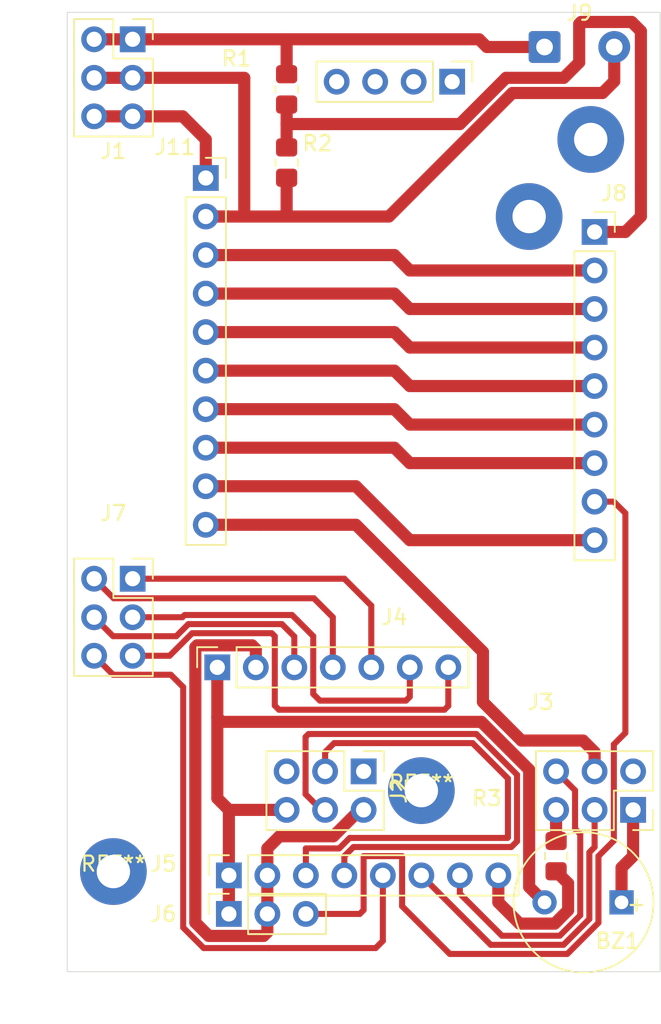
<source format=kicad_pcb>
(kicad_pcb (version 20171130) (host pcbnew "(5.1.7)-1")

  (general
    (thickness 1.6)
    (drawings 15)
    (tracks 202)
    (zones 0)
    (modules 19)
    (nets 32)
  )

  (page A4)
  (layers
    (0 F.Cu signal)
    (31 B.Cu signal)
    (32 B.Adhes user)
    (33 F.Adhes user)
    (34 B.Paste user)
    (35 F.Paste user)
    (36 B.SilkS user)
    (37 F.SilkS user)
    (38 B.Mask user)
    (39 F.Mask user)
    (40 Dwgs.User user)
    (41 Cmts.User user)
    (42 Eco1.User user)
    (43 Eco2.User user)
    (44 Edge.Cuts user)
    (45 Margin user)
    (46 B.CrtYd user)
    (47 F.CrtYd user)
    (48 B.Fab user)
    (49 F.Fab user)
  )

  (setup
    (last_trace_width 0.4)
    (trace_clearance 0.2)
    (zone_clearance 0.508)
    (zone_45_only no)
    (trace_min 0.2)
    (via_size 0.8)
    (via_drill 0.4)
    (via_min_size 0.4)
    (via_min_drill 0.3)
    (uvia_size 0.3)
    (uvia_drill 0.1)
    (uvias_allowed no)
    (uvia_min_size 0.2)
    (uvia_min_drill 0.1)
    (edge_width 0.05)
    (segment_width 0.2)
    (pcb_text_width 0.3)
    (pcb_text_size 1.5 1.5)
    (mod_edge_width 0.12)
    (mod_text_size 1 1)
    (mod_text_width 0.15)
    (pad_size 1.524 1.524)
    (pad_drill 0.762)
    (pad_to_mask_clearance 0)
    (aux_axis_origin 124.714 81.788)
    (visible_elements 7FFFFFFF)
    (pcbplotparams
      (layerselection 0x00000_7fffffff)
      (usegerberextensions false)
      (usegerberattributes true)
      (usegerberadvancedattributes true)
      (creategerberjobfile false)
      (excludeedgelayer true)
      (linewidth 0.100000)
      (plotframeref false)
      (viasonmask false)
      (mode 1)
      (useauxorigin true)
      (hpglpennumber 1)
      (hpglpenspeed 20)
      (hpglpendiameter 15.000000)
      (psnegative false)
      (psa4output false)
      (plotreference false)
      (plotvalue false)
      (plotinvisibletext false)
      (padsonsilk true)
      (subtractmaskfromsilk false)
      (outputformat 1)
      (mirror false)
      (drillshape 0)
      (scaleselection 1)
      (outputdirectory "output/"))
  )

  (net 0 "")
  (net 1 /GND)
  (net 2 /5V)
  (net 3 /VIN)
  (net 4 "Net-(J2-Pad1)")
  (net 5 /RES)
  (net 6 /SDA)
  (net 7 /SCK)
  (net 8 /RS)
  (net 9 /CS)
  (net 10 /M0)
  (net 11 /M1)
  (net 12 /TXD)
  (net 13 /RXD)
  (net 14 /AUX)
  (net 15 /BL)
  (net 16 /VCC)
  (net 17 "Net-(J2-Pad5)")
  (net 18 /BZ)
  (net 19 /A1)
  (net 20 /A15)
  (net 21 /A13)
  (net 22 /A11)
  (net 23 /A9)
  (net 24 /A7)
  (net 25 /A5)
  (net 26 /A3)
  (net 27 /D45)
  (net 28 /BLR)
  (net 29 /GD)
  (net 30 "Net-(J3-Pad2)")
  (net 31 /D33)

  (net_class Default "This is the default net class."
    (clearance 0.2)
    (trace_width 0.4)
    (via_dia 0.8)
    (via_drill 0.4)
    (uvia_dia 0.3)
    (uvia_drill 0.1)
    (add_net /A15)
    (add_net /AUX)
    (add_net /CS)
    (add_net /M0)
    (add_net /M1)
    (add_net /RES)
    (add_net /RS)
    (add_net /RXD)
    (add_net /SCK)
    (add_net /SDA)
    (add_net /TXD)
    (add_net "Net-(J2-Pad1)")
    (add_net "Net-(J2-Pad5)")
    (add_net "Net-(J3-Pad2)")
  )

  (net_class Power ""
    (clearance 0.2)
    (trace_width 0.8)
    (via_dia 0.8)
    (via_drill 0.4)
    (uvia_dia 0.3)
    (uvia_drill 0.1)
    (add_net /5V)
    (add_net /A1)
    (add_net /A11)
    (add_net /A13)
    (add_net /A3)
    (add_net /A5)
    (add_net /A7)
    (add_net /A9)
    (add_net /BL)
    (add_net /BLR)
    (add_net /BZ)
    (add_net /D33)
    (add_net /D45)
    (add_net /GD)
    (add_net /GND)
    (add_net /VCC)
    (add_net /VIN)
  )

  (module Connector_PinSocket_2.54mm:PinSocket_1x09_P2.54mm_Vertical (layer F.Cu) (tedit 5A19A431) (tstamp 5FBF1407)
    (at 159.512 33.02)
    (descr "Through hole straight socket strip, 1x09, 2.54mm pitch, single row (from Kicad 4.0.7), script generated")
    (tags "Through hole socket strip THT 1x09 2.54mm single row")
    (path /5FD2FF4E)
    (fp_text reference J8 (at 1.27 -2.54) (layer F.SilkS)
      (effects (font (size 1 1) (thickness 0.15)))
    )
    (fp_text value A1-D33 (at 2.54 5.08 270 unlocked) (layer F.Fab)
      (effects (font (size 1 1) (thickness 0.15)))
    )
    (fp_line (start -1.27 -1.27) (end 0.635 -1.27) (layer F.Fab) (width 0.1))
    (fp_line (start 0.635 -1.27) (end 1.27 -0.635) (layer F.Fab) (width 0.1))
    (fp_line (start 1.27 -0.635) (end 1.27 21.59) (layer F.Fab) (width 0.1))
    (fp_line (start 1.27 21.59) (end -1.27 21.59) (layer F.Fab) (width 0.1))
    (fp_line (start -1.27 21.59) (end -1.27 -1.27) (layer F.Fab) (width 0.1))
    (fp_line (start -1.33 1.27) (end 1.33 1.27) (layer F.SilkS) (width 0.12))
    (fp_line (start -1.33 1.27) (end -1.33 21.65) (layer F.SilkS) (width 0.12))
    (fp_line (start -1.33 21.65) (end 1.33 21.65) (layer F.SilkS) (width 0.12))
    (fp_line (start 1.33 1.27) (end 1.33 21.65) (layer F.SilkS) (width 0.12))
    (fp_line (start 1.33 -1.33) (end 1.33 0) (layer F.SilkS) (width 0.12))
    (fp_line (start 0 -1.33) (end 1.33 -1.33) (layer F.SilkS) (width 0.12))
    (fp_line (start -1.8 -1.8) (end 1.75 -1.8) (layer F.CrtYd) (width 0.05))
    (fp_line (start 1.75 -1.8) (end 1.75 22.1) (layer F.CrtYd) (width 0.05))
    (fp_line (start 1.75 22.1) (end -1.8 22.1) (layer F.CrtYd) (width 0.05))
    (fp_line (start -1.8 22.1) (end -1.8 -1.8) (layer F.CrtYd) (width 0.05))
    (fp_text user %R (at 0 10.16 90) (layer F.Fab)
      (effects (font (size 1 1) (thickness 0.15)))
    )
    (pad 9 thru_hole oval (at 0 20.32) (size 1.7 1.7) (drill 1) (layers *.Cu *.Mask)
      (net 31 /D33))
    (pad 8 thru_hole oval (at 0 17.78) (size 1.7 1.7) (drill 1) (layers *.Cu *.Mask)
      (net 20 /A15))
    (pad 7 thru_hole oval (at 0 15.24) (size 1.7 1.7) (drill 1) (layers *.Cu *.Mask)
      (net 21 /A13))
    (pad 6 thru_hole oval (at 0 12.7) (size 1.7 1.7) (drill 1) (layers *.Cu *.Mask)
      (net 22 /A11))
    (pad 5 thru_hole oval (at 0 10.16) (size 1.7 1.7) (drill 1) (layers *.Cu *.Mask)
      (net 23 /A9))
    (pad 4 thru_hole oval (at 0 7.62) (size 1.7 1.7) (drill 1) (layers *.Cu *.Mask)
      (net 24 /A7))
    (pad 3 thru_hole oval (at 0 5.08) (size 1.7 1.7) (drill 1) (layers *.Cu *.Mask)
      (net 25 /A5))
    (pad 2 thru_hole oval (at 0 2.54) (size 1.7 1.7) (drill 1) (layers *.Cu *.Mask)
      (net 26 /A3))
    (pad 1 thru_hole rect (at 0 0) (size 1.7 1.7) (drill 1) (layers *.Cu *.Mask)
      (net 19 /A1))
    (model ${KISYS3DMOD}/Connector_PinSocket_2.54mm.3dshapes/PinSocket_1x09_P2.54mm_Vertical.wrl
      (at (xyz 0 0 0))
      (scale (xyz 1 1 1))
      (rotate (xyz 0 0 0))
    )
  )

  (module Connector_PinSocket_2.54mm:PinSocket_2x03_P2.54mm_Vertical (layer F.Cu) (tedit 5A19A425) (tstamp 5FACBF75)
    (at 129.032 55.88)
    (descr "Through hole straight socket strip, 2x03, 2.54mm pitch, double cols (from Kicad 4.0.7), script generated")
    (tags "Through hole socket strip THT 2x03 2.54mm double row")
    (path /5FC6E9D1)
    (fp_text reference J7 (at -1.27 -4.318) (layer F.SilkS)
      (effects (font (size 1 1) (thickness 0.15)))
    )
    (fp_text value D18-23 (at -1.016 -2.54) (layer F.Fab)
      (effects (font (size 1 1) (thickness 0.15)))
    )
    (fp_line (start -3.81 -1.27) (end 0.27 -1.27) (layer F.Fab) (width 0.1))
    (fp_line (start 0.27 -1.27) (end 1.27 -0.27) (layer F.Fab) (width 0.1))
    (fp_line (start 1.27 -0.27) (end 1.27 6.35) (layer F.Fab) (width 0.1))
    (fp_line (start 1.27 6.35) (end -3.81 6.35) (layer F.Fab) (width 0.1))
    (fp_line (start -3.81 6.35) (end -3.81 -1.27) (layer F.Fab) (width 0.1))
    (fp_line (start -3.87 -1.33) (end -1.27 -1.33) (layer F.SilkS) (width 0.12))
    (fp_line (start -3.87 -1.33) (end -3.87 6.41) (layer F.SilkS) (width 0.12))
    (fp_line (start -3.87 6.41) (end 1.33 6.41) (layer F.SilkS) (width 0.12))
    (fp_line (start 1.33 1.27) (end 1.33 6.41) (layer F.SilkS) (width 0.12))
    (fp_line (start -1.27 1.27) (end 1.33 1.27) (layer F.SilkS) (width 0.12))
    (fp_line (start -1.27 -1.33) (end -1.27 1.27) (layer F.SilkS) (width 0.12))
    (fp_line (start 1.33 -1.33) (end 1.33 0) (layer F.SilkS) (width 0.12))
    (fp_line (start 0 -1.33) (end 1.33 -1.33) (layer F.SilkS) (width 0.12))
    (fp_line (start -4.34 -1.8) (end 1.76 -1.8) (layer F.CrtYd) (width 0.05))
    (fp_line (start 1.76 -1.8) (end 1.76 6.85) (layer F.CrtYd) (width 0.05))
    (fp_line (start 1.76 6.85) (end -4.34 6.85) (layer F.CrtYd) (width 0.05))
    (fp_line (start -4.34 6.85) (end -4.34 -1.8) (layer F.CrtYd) (width 0.05))
    (fp_text user %R (at -1.27 -4.318 180) (layer F.Fab)
      (effects (font (size 1 1) (thickness 0.15)))
    )
    (pad 6 thru_hole oval (at -2.54 5.08) (size 1.7 1.7) (drill 1) (layers *.Cu *.Mask)
      (net 5 /RES))
    (pad 5 thru_hole oval (at 0 5.08) (size 1.7 1.7) (drill 1) (layers *.Cu *.Mask)
      (net 10 /M0))
    (pad 4 thru_hole oval (at -2.54 2.54) (size 1.7 1.7) (drill 1) (layers *.Cu *.Mask)
      (net 14 /AUX))
    (pad 3 thru_hole oval (at 0 2.54) (size 1.7 1.7) (drill 1) (layers *.Cu *.Mask)
      (net 11 /M1))
    (pad 2 thru_hole oval (at -2.54 0) (size 1.7 1.7) (drill 1) (layers *.Cu *.Mask)
      (net 13 /RXD))
    (pad 1 thru_hole rect (at 0 0) (size 1.7 1.7) (drill 1) (layers *.Cu *.Mask)
      (net 12 /TXD))
    (model ${KISYS3DMOD}/Connector_PinSocket_2.54mm.3dshapes/PinSocket_2x03_P2.54mm_Vertical.wrl
      (at (xyz 0 0 0))
      (scale (xyz 1 1 1))
      (rotate (xyz 0 0 0))
    )
  )

  (module Connector_PinSocket_2.54mm:PinSocket_1x10_P2.54mm_Vertical (layer F.Cu) (tedit 5A19A425) (tstamp 5FABCCFF)
    (at 133.858 29.464)
    (descr "Through hole straight socket strip, 1x10, 2.54mm pitch, single row (from Kicad 4.0.7), script generated")
    (tags "Through hole socket strip THT 1x10 2.54mm single row")
    (path /5FB2363E)
    (fp_text reference J11 (at -2.032 -2.032) (layer F.SilkS)
      (effects (font (size 1 1) (thickness 0.15)))
    )
    (fp_text value IO (at -2.54 -0.508) (layer F.Fab)
      (effects (font (size 1 1) (thickness 0.15)))
    )
    (fp_text user %R (at 0 11.43 90) (layer F.Fab)
      (effects (font (size 1 1) (thickness 0.15)))
    )
    (fp_line (start -1.27 -1.27) (end 0.635 -1.27) (layer F.Fab) (width 0.1))
    (fp_line (start 0.635 -1.27) (end 1.27 -0.635) (layer F.Fab) (width 0.1))
    (fp_line (start 1.27 -0.635) (end 1.27 24.13) (layer F.Fab) (width 0.1))
    (fp_line (start 1.27 24.13) (end -1.27 24.13) (layer F.Fab) (width 0.1))
    (fp_line (start -1.27 24.13) (end -1.27 -1.27) (layer F.Fab) (width 0.1))
    (fp_line (start -1.33 1.27) (end 1.33 1.27) (layer F.SilkS) (width 0.12))
    (fp_line (start -1.33 1.27) (end -1.33 24.19) (layer F.SilkS) (width 0.12))
    (fp_line (start -1.33 24.19) (end 1.33 24.19) (layer F.SilkS) (width 0.12))
    (fp_line (start 1.33 1.27) (end 1.33 24.19) (layer F.SilkS) (width 0.12))
    (fp_line (start 1.33 -1.33) (end 1.33 0) (layer F.SilkS) (width 0.12))
    (fp_line (start 0 -1.33) (end 1.33 -1.33) (layer F.SilkS) (width 0.12))
    (fp_line (start -1.8 -1.8) (end 1.75 -1.8) (layer F.CrtYd) (width 0.05))
    (fp_line (start 1.75 -1.8) (end 1.75 24.6) (layer F.CrtYd) (width 0.05))
    (fp_line (start 1.75 24.6) (end -1.8 24.6) (layer F.CrtYd) (width 0.05))
    (fp_line (start -1.8 24.6) (end -1.8 -1.8) (layer F.CrtYd) (width 0.05))
    (pad 1 thru_hole rect (at 0 0) (size 1.7 1.7) (drill 1) (layers *.Cu *.Mask)
      (net 2 /5V))
    (pad 2 thru_hole oval (at 0 2.54) (size 1.7 1.7) (drill 1) (layers *.Cu *.Mask)
      (net 1 /GND))
    (pad 3 thru_hole oval (at 0 5.08) (size 1.7 1.7) (drill 1) (layers *.Cu *.Mask)
      (net 26 /A3))
    (pad 4 thru_hole oval (at 0 7.62) (size 1.7 1.7) (drill 1) (layers *.Cu *.Mask)
      (net 25 /A5))
    (pad 5 thru_hole oval (at 0 10.16) (size 1.7 1.7) (drill 1) (layers *.Cu *.Mask)
      (net 24 /A7))
    (pad 6 thru_hole oval (at 0 12.7) (size 1.7 1.7) (drill 1) (layers *.Cu *.Mask)
      (net 23 /A9))
    (pad 7 thru_hole oval (at 0 15.24) (size 1.7 1.7) (drill 1) (layers *.Cu *.Mask)
      (net 22 /A11))
    (pad 8 thru_hole oval (at 0 17.78) (size 1.7 1.7) (drill 1) (layers *.Cu *.Mask)
      (net 21 /A13))
    (pad 9 thru_hole oval (at 0 20.32) (size 1.7 1.7) (drill 1) (layers *.Cu *.Mask)
      (net 31 /D33))
    (pad 10 thru_hole oval (at 0 22.86) (size 1.7 1.7) (drill 1) (layers *.Cu *.Mask)
      (net 27 /D45))
    (model ${KISYS3DMOD}/Connector_PinSocket_2.54mm.3dshapes/PinSocket_1x10_P2.54mm_Vertical.wrl
      (at (xyz 0 0 0))
      (scale (xyz 1 1 1))
      (rotate (xyz 0 0 0))
    )
  )

  (module Connector_PinSocket_2.54mm:PinSocket_2x03_P2.54mm_Vertical (layer F.Cu) (tedit 5A19A425) (tstamp 5FBF1259)
    (at 162.052 71.12 270)
    (descr "Through hole straight socket strip, 2x03, 2.54mm pitch, double cols (from Kicad 4.0.7), script generated")
    (tags "Through hole socket strip THT 2x03 2.54mm double row")
    (path /5FB16C50)
    (fp_text reference J3 (at -7.112 6.096 180) (layer F.SilkS)
      (effects (font (size 1 1) (thickness 0.15)))
    )
    (fp_text value D44-49 (at -5.588 4.064 180) (layer F.Fab)
      (effects (font (size 1 1) (thickness 0.15)))
    )
    (fp_line (start -4.34 6.85) (end -4.34 -1.8) (layer F.CrtYd) (width 0.05))
    (fp_line (start 1.76 6.85) (end -4.34 6.85) (layer F.CrtYd) (width 0.05))
    (fp_line (start 1.76 -1.8) (end 1.76 6.85) (layer F.CrtYd) (width 0.05))
    (fp_line (start -4.34 -1.8) (end 1.76 -1.8) (layer F.CrtYd) (width 0.05))
    (fp_line (start 0 -1.33) (end 1.33 -1.33) (layer F.SilkS) (width 0.12))
    (fp_line (start 1.33 -1.33) (end 1.33 0) (layer F.SilkS) (width 0.12))
    (fp_line (start -1.27 -1.33) (end -1.27 1.27) (layer F.SilkS) (width 0.12))
    (fp_line (start -1.27 1.27) (end 1.33 1.27) (layer F.SilkS) (width 0.12))
    (fp_line (start 1.33 1.27) (end 1.33 6.41) (layer F.SilkS) (width 0.12))
    (fp_line (start -3.87 6.41) (end 1.33 6.41) (layer F.SilkS) (width 0.12))
    (fp_line (start -3.87 -1.33) (end -3.87 6.41) (layer F.SilkS) (width 0.12))
    (fp_line (start -3.87 -1.33) (end -1.27 -1.33) (layer F.SilkS) (width 0.12))
    (fp_line (start -3.81 6.35) (end -3.81 -1.27) (layer F.Fab) (width 0.1))
    (fp_line (start 1.27 6.35) (end -3.81 6.35) (layer F.Fab) (width 0.1))
    (fp_line (start 1.27 -0.27) (end 1.27 6.35) (layer F.Fab) (width 0.1))
    (fp_line (start 0.27 -1.27) (end 1.27 -0.27) (layer F.Fab) (width 0.1))
    (fp_line (start -3.81 -1.27) (end 0.27 -1.27) (layer F.Fab) (width 0.1))
    (fp_text user %R (at -7.112 6.096) (layer F.Fab)
      (effects (font (size 1 1) (thickness 0.15)))
    )
    (pad 6 thru_hole oval (at -2.54 5.08 270) (size 1.7 1.7) (drill 1) (layers *.Cu *.Mask)
      (net 9 /CS))
    (pad 5 thru_hole oval (at 0 5.08 270) (size 1.7 1.7) (drill 1) (layers *.Cu *.Mask)
      (net 28 /BLR))
    (pad 4 thru_hole oval (at -2.54 2.54 270) (size 1.7 1.7) (drill 1) (layers *.Cu *.Mask)
      (net 27 /D45))
    (pad 3 thru_hole oval (at 0 2.54 270) (size 1.7 1.7) (drill 1) (layers *.Cu *.Mask)
      (net 8 /RS))
    (pad 2 thru_hole oval (at -2.54 0 270) (size 1.7 1.7) (drill 1) (layers *.Cu *.Mask)
      (net 30 "Net-(J3-Pad2)"))
    (pad 1 thru_hole rect (at 0 0 270) (size 1.7 1.7) (drill 1) (layers *.Cu *.Mask)
      (net 18 /BZ))
    (model ${KISYS3DMOD}/Connector_PinSocket_2.54mm.3dshapes/PinSocket_2x03_P2.54mm_Vertical.wrl
      (at (xyz 0 0 0))
      (scale (xyz 1 1 1))
      (rotate (xyz 0 0 0))
    )
  )

  (module MountingHole:MountingHole_2.2mm_M2_Pad (layer F.Cu) (tedit 56D1B4CB) (tstamp 5FA89148)
    (at 159.258 26.924)
    (descr "Mounting Hole 2.2mm, M2")
    (tags "mounting hole 2.2mm m2")
    (attr virtual)
    (fp_text reference REF** (at -0.254 0) (layer F.SilkS) hide
      (effects (font (size 1 1) (thickness 0.15)))
    )
    (fp_text value TR (at 0 0.254) (layer F.Fab) hide
      (effects (font (size 1 1) (thickness 0.15)))
    )
    (fp_circle (center 0 0) (end 2.2 0) (layer Cmts.User) (width 0.15))
    (fp_circle (center 0 0) (end 2.45 0) (layer F.CrtYd) (width 0.05))
    (fp_text user %R (at 0.3 0) (layer F.Fab) hide
      (effects (font (size 1 1) (thickness 0.15)))
    )
    (pad 1 thru_hole circle (at 0 0) (size 4.4 4.4) (drill 2.2) (layers *.Cu *.Mask))
  )

  (module MountingHole:MountingHole_2.2mm_M2_Pad (layer F.Cu) (tedit 56D1B4CB) (tstamp 5FA8909D)
    (at 127.762 75.184)
    (descr "Mounting Hole 2.2mm, M2")
    (tags "mounting hole 2.2mm m2")
    (attr virtual)
    (fp_text reference REF** (at 0 -0.508) (layer F.SilkS)
      (effects (font (size 1 1) (thickness 0.15)))
    )
    (fp_text value LL (at 0 1.27) (layer F.Fab)
      (effects (font (size 1 1) (thickness 0.15)))
    )
    (fp_circle (center 0 0) (end 2.2 0) (layer Cmts.User) (width 0.15))
    (fp_circle (center 0 0) (end 2.45 0) (layer F.CrtYd) (width 0.05))
    (fp_text user %R (at 0.3 0) (layer F.Fab)
      (effects (font (size 1 1) (thickness 0.15)))
    )
    (pad 1 thru_hole circle (at 0 0) (size 4.4 4.4) (drill 2.2) (layers *.Cu *.Mask))
  )

  (module MountingHole:MountingHole_2.2mm_M2_Pad (layer F.Cu) (tedit 56D1B4CB) (tstamp 5FA88F6A)
    (at 155.194 32.004)
    (descr "Mounting Hole 2.2mm, M2")
    (tags "mounting hole 2.2mm m2")
    (attr virtual)
    (fp_text reference REF** (at 0 0) (layer F.SilkS) hide
      (effects (font (size 1 1) (thickness 0.15)))
    )
    (fp_text value MG (at 0 0.254) (layer F.Fab) hide
      (effects (font (size 1 1) (thickness 0.15)))
    )
    (fp_circle (center 0 0) (end 2.2 0) (layer Cmts.User) (width 0.15))
    (fp_circle (center 0 0) (end 2.45 0) (layer F.CrtYd) (width 0.05))
    (fp_text user %R (at 0.3 0) (layer F.Fab) hide
      (effects (font (size 1 1) (thickness 0.15)))
    )
    (pad 1 thru_hole circle (at 0 0) (size 4.4 4.4) (drill 2.2) (layers *.Cu *.Mask))
  )

  (module MountingHole:MountingHole_2.2mm_M2_Pad (layer F.Cu) (tedit 56D1B4CB) (tstamp 5FA88F11)
    (at 148.082 69.85)
    (descr "Mounting Hole 2.2mm, M2")
    (tags "mounting hole 2.2mm m2")
    (attr virtual)
    (fp_text reference REF** (at 0 -0.508) (layer F.SilkS)
      (effects (font (size 1 1) (thickness 0.15)))
    )
    (fp_text value ICSP (at 0 1.016) (layer F.Fab)
      (effects (font (size 1 1) (thickness 0.15)))
    )
    (fp_circle (center 0 0) (end 2.2 0) (layer Cmts.User) (width 0.15))
    (fp_circle (center 0 0) (end 2.45 0) (layer F.CrtYd) (width 0.05))
    (fp_text user %R (at 0.3 0) (layer F.Fab)
      (effects (font (size 1 1) (thickness 0.15)))
    )
    (pad 1 thru_hole circle (at 0 0) (size 4.4 4.4) (drill 2.2) (layers *.Cu *.Mask))
  )

  (module Connector_Wire:SolderWire-0.5sqmm_1x02_P4.6mm_D0.9mm_OD2.1mm (layer F.Cu) (tedit 5EB70B43) (tstamp 5FA85462)
    (at 156.21 20.828)
    (descr "Soldered wire connection, for 2 times 0.5 mm² wires, basic insulation, conductor diameter 0.9mm, outer diameter 2.1mm, size source Multi-Contact FLEXI-E 0.5 (https://ec.staubli.com/AcroFiles/Catalogues/TM_Cab-Main-11014119_(en)_hi.pdf), bend radius 3 times outer diameter, generated with kicad-footprint-generator")
    (tags "connector wire 0.5sqmm")
    (path /5FAA8A1D)
    (attr virtual)
    (fp_text reference J9 (at 2.3 -2.25) (layer F.SilkS)
      (effects (font (size 1 1) (thickness 0.15)))
    )
    (fp_text value Batt (at -0.254 4.318) (layer F.Fab)
      (effects (font (size 1 1) (thickness 0.15)))
    )
    (fp_circle (center 0 0) (end 1.05 0) (layer F.Fab) (width 0.1))
    (fp_circle (center 4.6 0) (end 5.65 0) (layer F.Fab) (width 0.1))
    (fp_line (start -1.8 -1.55) (end -1.8 1.55) (layer F.CrtYd) (width 0.05))
    (fp_line (start -1.8 1.55) (end 1.8 1.55) (layer F.CrtYd) (width 0.05))
    (fp_line (start 1.8 1.55) (end 1.8 -1.55) (layer F.CrtYd) (width 0.05))
    (fp_line (start 1.8 -1.55) (end -1.8 -1.55) (layer F.CrtYd) (width 0.05))
    (fp_line (start 2.8 -1.55) (end 2.8 1.55) (layer F.CrtYd) (width 0.05))
    (fp_line (start 2.8 1.55) (end 6.4 1.55) (layer F.CrtYd) (width 0.05))
    (fp_line (start 6.4 1.55) (end 6.4 -1.55) (layer F.CrtYd) (width 0.05))
    (fp_line (start 6.4 -1.55) (end 2.8 -1.55) (layer F.CrtYd) (width 0.05))
    (fp_text user %R (at 2.3 0 90) (layer F.Fab)
      (effects (font (size 0.78 0.78) (thickness 0.12)))
    )
    (pad 2 thru_hole circle (at 4.6 0) (size 2.1 2.1) (drill 1.1) (layers *.Cu *.Mask)
      (net 1 /GND))
    (pad 1 thru_hole roundrect (at 0 0) (size 2.1 2.1) (drill 1.1) (layers *.Cu *.Mask) (roundrect_rratio 0.1190471428571429)
      (net 3 /VIN))
    (model ${KISYS3DMOD}/Connector_Wire.3dshapes/SolderWire-0.5sqmm_1x02_P4.6mm_D0.9mm_OD2.1mm.wrl
      (at (xyz 0 0 0))
      (scale (xyz 1 1 1))
      (rotate (xyz 0 0 0))
    )
  )

  (module Connector_PinHeader_2.54mm:PinHeader_1x04_P2.54mm_Vertical (layer F.Cu) (tedit 59FED5CC) (tstamp 5FACC28C)
    (at 150.114 23.114 270)
    (descr "Through hole straight pin header, 1x04, 2.54mm pitch, single row")
    (tags "Through hole pin header THT 1x04 2.54mm single row")
    (fp_text reference REF** (at 0 3.556 180) (layer F.SilkS) hide
      (effects (font (size 1 1) (thickness 0.15)))
    )
    (fp_text value E32MNT (at 1.778 4.572 180) (layer F.Fab) hide
      (effects (font (size 1 1) (thickness 0.15)))
    )
    (fp_line (start -0.635 -1.27) (end 1.27 -1.27) (layer F.Fab) (width 0.1))
    (fp_line (start 1.27 -1.27) (end 1.27 8.89) (layer F.Fab) (width 0.1))
    (fp_line (start 1.27 8.89) (end -1.27 8.89) (layer F.Fab) (width 0.1))
    (fp_line (start -1.27 8.89) (end -1.27 -0.635) (layer F.Fab) (width 0.1))
    (fp_line (start -1.27 -0.635) (end -0.635 -1.27) (layer F.Fab) (width 0.1))
    (fp_line (start -1.33 8.95) (end 1.33 8.95) (layer F.SilkS) (width 0.12))
    (fp_line (start -1.33 1.27) (end -1.33 8.95) (layer F.SilkS) (width 0.12))
    (fp_line (start 1.33 1.27) (end 1.33 8.95) (layer F.SilkS) (width 0.12))
    (fp_line (start -1.33 1.27) (end 1.33 1.27) (layer F.SilkS) (width 0.12))
    (fp_line (start -1.33 0) (end -1.33 -1.33) (layer F.SilkS) (width 0.12))
    (fp_line (start -1.33 -1.33) (end 0 -1.33) (layer F.SilkS) (width 0.12))
    (fp_line (start -1.8 -1.8) (end -1.8 9.4) (layer F.CrtYd) (width 0.05))
    (fp_line (start -1.8 9.4) (end 1.8 9.4) (layer F.CrtYd) (width 0.05))
    (fp_line (start 1.8 9.4) (end 1.8 -1.8) (layer F.CrtYd) (width 0.05))
    (fp_line (start 1.8 -1.8) (end -1.8 -1.8) (layer F.CrtYd) (width 0.05))
    (fp_text user %R (at 0 3.81) (layer F.Fab)
      (effects (font (size 1 1) (thickness 0.15)))
    )
    (pad 4 thru_hole oval (at 0 7.62 270) (size 1.7 1.7) (drill 1) (layers *.Cu *.Mask))
    (pad 3 thru_hole oval (at 0 5.08 270) (size 1.7 1.7) (drill 1) (layers *.Cu *.Mask))
    (pad 2 thru_hole oval (at 0 2.54 270) (size 1.7 1.7) (drill 1) (layers *.Cu *.Mask))
    (pad 1 thru_hole rect (at 0 0 270) (size 1.7 1.7) (drill 1) (layers *.Cu *.Mask))
    (model ${KISYS3DMOD}/Connector_PinHeader_2.54mm.3dshapes/PinHeader_1x04_P2.54mm_Vertical.wrl
      (at (xyz 0 0 0))
      (scale (xyz 1 1 1))
      (rotate (xyz 0 0 0))
    )
  )

  (module Buzzer_Beeper:MagneticBuzzer_PUI_AT-0927-TT-6-R (layer F.Cu) (tedit 5D61BE61) (tstamp 5FA6C8DA)
    (at 160.782 77.216 180)
    (descr "Buzzer Magnetic 9mm AT-0927-TT-6-R, http://www.puiaudio.com/pdf/AT-0927-TT-6-R.pdf")
    (tags "Buzzer Magnetic 9mm AT-0927-TT-6-R")
    (path /5FA7B97D)
    (fp_text reference BZ1 (at -0.254 -2.54) (layer F.SilkS)
      (effects (font (size 1 1) (thickness 0.15)))
    )
    (fp_text value Buzzer (at -0.254 -3.556) (layer F.Fab)
      (effects (font (size 1 1) (thickness 0.15)))
    )
    (fp_circle (center 2 0) (end 6.62 0) (layer F.SilkS) (width 0.12))
    (fp_circle (center 2 0) (end 6.5 0) (layer F.Fab) (width 0.1))
    (fp_circle (center 2 0) (end 6.75 0) (layer F.CrtYd) (width 0.05))
    (fp_text user + (at -1.5 -0.1) (layer F.SilkS)
      (effects (font (size 1 1) (thickness 0.15)))
    )
    (fp_text user + (at -1.5 -0.1) (layer F.Fab)
      (effects (font (size 1 1) (thickness 0.15)))
    )
    (fp_text user %R (at -0.254 -2.54) (layer F.Fab)
      (effects (font (size 1 1) (thickness 0.15)))
    )
    (pad 2 thru_hole circle (at 4.572 0 180) (size 1.6 1.6) (drill 0.9) (layers *.Cu *.Mask)
      (net 29 /GD))
    (pad 1 thru_hole rect (at -0.508 0 180) (size 1.6 1.6) (drill 0.9) (layers *.Cu *.Mask)
      (net 18 /BZ))
    (model ${KISYS3DMOD}/Buzzer_Beeper.3dshapes/MagneticBuzzer_PUI_AT-0927-TT-6-R.wrl
      (at (xyz 0 0 0))
      (scale (xyz 1 1 1))
      (rotate (xyz 0 0 0))
    )
  )

  (module Connector_PinHeader_2.54mm:PinHeader_2x03_P2.54mm_Vertical (layer F.Cu) (tedit 59FED5CC) (tstamp 5FA6C912)
    (at 144.272 68.58 270)
    (descr "Through hole straight pin header, 2x03, 2.54mm pitch, double rows")
    (tags "Through hole pin header THT 2x03 2.54mm double row")
    (path /5FA666AD)
    (fp_text reference J2 (at 1.27 -2.33 90) (layer F.SilkS)
      (effects (font (size 1 1) (thickness 0.15)))
    )
    (fp_text value ICSP (at 0.254 7.41 90) (layer F.Fab)
      (effects (font (size 1 1) (thickness 0.15)))
    )
    (fp_line (start 0 -1.27) (end 3.81 -1.27) (layer F.Fab) (width 0.1))
    (fp_line (start 3.81 -1.27) (end 3.81 6.35) (layer F.Fab) (width 0.1))
    (fp_line (start 3.81 6.35) (end -1.27 6.35) (layer F.Fab) (width 0.1))
    (fp_line (start -1.27 6.35) (end -1.27 0) (layer F.Fab) (width 0.1))
    (fp_line (start -1.27 0) (end 0 -1.27) (layer F.Fab) (width 0.1))
    (fp_line (start -1.33 6.41) (end 3.87 6.41) (layer F.SilkS) (width 0.12))
    (fp_line (start -1.33 1.27) (end -1.33 6.41) (layer F.SilkS) (width 0.12))
    (fp_line (start 3.87 -1.33) (end 3.87 6.41) (layer F.SilkS) (width 0.12))
    (fp_line (start -1.33 1.27) (end 1.27 1.27) (layer F.SilkS) (width 0.12))
    (fp_line (start 1.27 1.27) (end 1.27 -1.33) (layer F.SilkS) (width 0.12))
    (fp_line (start 1.27 -1.33) (end 3.87 -1.33) (layer F.SilkS) (width 0.12))
    (fp_line (start -1.33 0) (end -1.33 -1.33) (layer F.SilkS) (width 0.12))
    (fp_line (start -1.33 -1.33) (end 0 -1.33) (layer F.SilkS) (width 0.12))
    (fp_line (start -1.8 -1.8) (end -1.8 6.85) (layer F.CrtYd) (width 0.05))
    (fp_line (start -1.8 6.85) (end 4.35 6.85) (layer F.CrtYd) (width 0.05))
    (fp_line (start 4.35 6.85) (end 4.35 -1.8) (layer F.CrtYd) (width 0.05))
    (fp_line (start 4.35 -1.8) (end -1.8 -1.8) (layer F.CrtYd) (width 0.05))
    (fp_text user %R (at 0.508 8.636 90) (layer F.Fab)
      (effects (font (size 1 1) (thickness 0.15)))
    )
    (pad 6 thru_hole oval (at 2.54 5.08 270) (size 1.7 1.7) (drill 1) (layers *.Cu *.Mask)
      (net 29 /GD))
    (pad 5 thru_hole oval (at 0 5.08 270) (size 1.7 1.7) (drill 1) (layers *.Cu *.Mask)
      (net 17 "Net-(J2-Pad5)"))
    (pad 4 thru_hole oval (at 2.54 2.54 270) (size 1.7 1.7) (drill 1) (layers *.Cu *.Mask)
      (net 6 /SDA))
    (pad 3 thru_hole oval (at 0 2.54 270) (size 1.7 1.7) (drill 1) (layers *.Cu *.Mask)
      (net 7 /SCK))
    (pad 2 thru_hole oval (at 2.54 0 270) (size 1.7 1.7) (drill 1) (layers *.Cu *.Mask)
      (net 16 /VCC))
    (pad 1 thru_hole rect (at 0 0 270) (size 1.7 1.7) (drill 1) (layers *.Cu *.Mask)
      (net 4 "Net-(J2-Pad1)"))
    (model ${KISYS3DMOD}/Connector_PinHeader_2.54mm.3dshapes/PinHeader_2x03_P2.54mm_Vertical.wrl
      (at (xyz 0 0 0))
      (scale (xyz 1 1 1))
      (rotate (xyz 0 0 0))
    )
  )

  (module Resistor_SMD:R_0805_2012Metric_Pad1.20x1.40mm_HandSolder (layer F.Cu) (tedit 5F68FEEE) (tstamp 5FA6C9DC)
    (at 156.972 74.168 270)
    (descr "Resistor SMD 0805 (2012 Metric), square (rectangular) end terminal, IPC_7351 nominal with elongated pad for handsoldering. (Body size source: IPC-SM-782 page 72, https://www.pcb-3d.com/wordpress/wp-content/uploads/ipc-sm-782a_amendment_1_and_2.pdf), generated with kicad-footprint-generator")
    (tags "resistor handsolder")
    (path /5FA8D74B)
    (attr smd)
    (fp_text reference R3 (at -3.81 4.572 180) (layer F.SilkS)
      (effects (font (size 1 1) (thickness 0.15)))
    )
    (fp_text value 39 (at -2.286 4.572 180) (layer F.Fab)
      (effects (font (size 1 1) (thickness 0.15)))
    )
    (fp_line (start -1 0.625) (end -1 -0.625) (layer F.Fab) (width 0.1))
    (fp_line (start -1 -0.625) (end 1 -0.625) (layer F.Fab) (width 0.1))
    (fp_line (start 1 -0.625) (end 1 0.625) (layer F.Fab) (width 0.1))
    (fp_line (start 1 0.625) (end -1 0.625) (layer F.Fab) (width 0.1))
    (fp_line (start -0.227064 -0.735) (end 0.227064 -0.735) (layer F.SilkS) (width 0.12))
    (fp_line (start -0.227064 0.735) (end 0.227064 0.735) (layer F.SilkS) (width 0.12))
    (fp_line (start -1.85 0.95) (end -1.85 -0.95) (layer F.CrtYd) (width 0.05))
    (fp_line (start -1.85 -0.95) (end 1.85 -0.95) (layer F.CrtYd) (width 0.05))
    (fp_line (start 1.85 -0.95) (end 1.85 0.95) (layer F.CrtYd) (width 0.05))
    (fp_line (start 1.85 0.95) (end -1.85 0.95) (layer F.CrtYd) (width 0.05))
    (fp_text user %R (at 0 0 90) (layer F.Fab)
      (effects (font (size 0.5 0.5) (thickness 0.08)))
    )
    (pad 2 smd roundrect (at 1 0 270) (size 1.2 1.4) (layers F.Cu F.Paste F.Mask) (roundrect_rratio 0.2083325)
      (net 15 /BL))
    (pad 1 smd roundrect (at -1 0 270) (size 1.2 1.4) (layers F.Cu F.Paste F.Mask) (roundrect_rratio 0.2083325)
      (net 28 /BLR))
    (model ${KISYS3DMOD}/Resistor_SMD.3dshapes/R_0805_2012Metric.wrl
      (at (xyz 0 0 0))
      (scale (xyz 1 1 1))
      (rotate (xyz 0 0 0))
    )
  )

  (module Resistor_SMD:R_0805_2012Metric_Pad1.20x1.40mm_HandSolder (layer F.Cu) (tedit 5F68FEEE) (tstamp 5FA6C9CB)
    (at 139.192 28.448 90)
    (descr "Resistor SMD 0805 (2012 Metric), square (rectangular) end terminal, IPC_7351 nominal with elongated pad for handsoldering. (Body size source: IPC-SM-782 page 72, https://www.pcb-3d.com/wordpress/wp-content/uploads/ipc-sm-782a_amendment_1_and_2.pdf), generated with kicad-footprint-generator")
    (tags "resistor handsolder")
    (path /5FA843F7)
    (attr smd)
    (fp_text reference R2 (at 1.27 2.032 180) (layer F.SilkS)
      (effects (font (size 1 1) (thickness 0.15)))
    )
    (fp_text value 470K (at 0 -1.524 90) (layer F.Fab)
      (effects (font (size 1 1) (thickness 0.15)))
    )
    (fp_line (start -1 0.625) (end -1 -0.625) (layer F.Fab) (width 0.1))
    (fp_line (start -1 -0.625) (end 1 -0.625) (layer F.Fab) (width 0.1))
    (fp_line (start 1 -0.625) (end 1 0.625) (layer F.Fab) (width 0.1))
    (fp_line (start 1 0.625) (end -1 0.625) (layer F.Fab) (width 0.1))
    (fp_line (start -0.227064 -0.735) (end 0.227064 -0.735) (layer F.SilkS) (width 0.12))
    (fp_line (start -0.227064 0.735) (end 0.227064 0.735) (layer F.SilkS) (width 0.12))
    (fp_line (start -1.85 0.95) (end -1.85 -0.95) (layer F.CrtYd) (width 0.05))
    (fp_line (start -1.85 -0.95) (end 1.85 -0.95) (layer F.CrtYd) (width 0.05))
    (fp_line (start 1.85 -0.95) (end 1.85 0.95) (layer F.CrtYd) (width 0.05))
    (fp_line (start 1.85 0.95) (end -1.85 0.95) (layer F.CrtYd) (width 0.05))
    (fp_text user %R (at 0 0 90) (layer F.Fab)
      (effects (font (size 0.5 0.5) (thickness 0.08)))
    )
    (pad 2 smd roundrect (at 1 0 90) (size 1.2 1.4) (layers F.Cu F.Paste F.Mask) (roundrect_rratio 0.2083325)
      (net 19 /A1))
    (pad 1 smd roundrect (at -1 0 90) (size 1.2 1.4) (layers F.Cu F.Paste F.Mask) (roundrect_rratio 0.2083325)
      (net 1 /GND))
    (model ${KISYS3DMOD}/Resistor_SMD.3dshapes/R_0805_2012Metric.wrl
      (at (xyz 0 0 0))
      (scale (xyz 1 1 1))
      (rotate (xyz 0 0 0))
    )
  )

  (module Resistor_SMD:R_0805_2012Metric_Pad1.20x1.40mm_HandSolder (layer F.Cu) (tedit 5F68FEEE) (tstamp 5FA6C9BA)
    (at 139.192 23.622 90)
    (descr "Resistor SMD 0805 (2012 Metric), square (rectangular) end terminal, IPC_7351 nominal with elongated pad for handsoldering. (Body size source: IPC-SM-782 page 72, https://www.pcb-3d.com/wordpress/wp-content/uploads/ipc-sm-782a_amendment_1_and_2.pdf), generated with kicad-footprint-generator")
    (tags "resistor handsolder")
    (path /5FA83DE8)
    (attr smd)
    (fp_text reference R1 (at 2.032 -3.302 180) (layer F.SilkS)
      (effects (font (size 1 1) (thickness 0.15)))
    )
    (fp_text value 910K (at 0 -1.524 90) (layer F.Fab)
      (effects (font (size 1 1) (thickness 0.15)))
    )
    (fp_line (start -1 0.625) (end -1 -0.625) (layer F.Fab) (width 0.1))
    (fp_line (start -1 -0.625) (end 1 -0.625) (layer F.Fab) (width 0.1))
    (fp_line (start 1 -0.625) (end 1 0.625) (layer F.Fab) (width 0.1))
    (fp_line (start 1 0.625) (end -1 0.625) (layer F.Fab) (width 0.1))
    (fp_line (start -0.227064 -0.735) (end 0.227064 -0.735) (layer F.SilkS) (width 0.12))
    (fp_line (start -0.227064 0.735) (end 0.227064 0.735) (layer F.SilkS) (width 0.12))
    (fp_line (start -1.85 0.95) (end -1.85 -0.95) (layer F.CrtYd) (width 0.05))
    (fp_line (start -1.85 -0.95) (end 1.85 -0.95) (layer F.CrtYd) (width 0.05))
    (fp_line (start 1.85 -0.95) (end 1.85 0.95) (layer F.CrtYd) (width 0.05))
    (fp_line (start 1.85 0.95) (end -1.85 0.95) (layer F.CrtYd) (width 0.05))
    (fp_text user %R (at 0 0 90) (layer F.Fab)
      (effects (font (size 0.5 0.5) (thickness 0.08)))
    )
    (pad 2 smd roundrect (at 1 0 90) (size 1.2 1.4) (layers F.Cu F.Paste F.Mask) (roundrect_rratio 0.2083325)
      (net 3 /VIN))
    (pad 1 smd roundrect (at -1 0 90) (size 1.2 1.4) (layers F.Cu F.Paste F.Mask) (roundrect_rratio 0.2083325)
      (net 19 /A1))
    (model ${KISYS3DMOD}/Resistor_SMD.3dshapes/R_0805_2012Metric.wrl
      (at (xyz 0 0 0))
      (scale (xyz 1 1 1))
      (rotate (xyz 0 0 0))
    )
  )

  (module Connector_PinSocket_2.54mm:PinSocket_1x03_P2.54mm_Vertical (layer F.Cu) (tedit 5A19A429) (tstamp 5FA6C977)
    (at 135.382 77.978 90)
    (descr "Through hole straight socket strip, 1x03, 2.54mm pitch, single row (from Kicad 4.0.7), script generated")
    (tags "Through hole socket strip THT 1x03 2.54mm single row")
    (path /5FA6C077)
    (fp_text reference J6 (at 0 -4.318 180) (layer F.SilkS)
      (effects (font (size 1 1) (thickness 0.15)))
    )
    (fp_text value KB (at -1.27 -4.318 180) (layer F.Fab)
      (effects (font (size 1 1) (thickness 0.15)))
    )
    (fp_line (start -1.27 -1.27) (end 0.635 -1.27) (layer F.Fab) (width 0.1))
    (fp_line (start 0.635 -1.27) (end 1.27 -0.635) (layer F.Fab) (width 0.1))
    (fp_line (start 1.27 -0.635) (end 1.27 6.35) (layer F.Fab) (width 0.1))
    (fp_line (start 1.27 6.35) (end -1.27 6.35) (layer F.Fab) (width 0.1))
    (fp_line (start -1.27 6.35) (end -1.27 -1.27) (layer F.Fab) (width 0.1))
    (fp_line (start -1.33 1.27) (end 1.33 1.27) (layer F.SilkS) (width 0.12))
    (fp_line (start -1.33 1.27) (end -1.33 6.41) (layer F.SilkS) (width 0.12))
    (fp_line (start -1.33 6.41) (end 1.33 6.41) (layer F.SilkS) (width 0.12))
    (fp_line (start 1.33 1.27) (end 1.33 6.41) (layer F.SilkS) (width 0.12))
    (fp_line (start 1.33 -1.33) (end 1.33 0) (layer F.SilkS) (width 0.12))
    (fp_line (start 0 -1.33) (end 1.33 -1.33) (layer F.SilkS) (width 0.12))
    (fp_line (start -1.8 -1.8) (end 1.75 -1.8) (layer F.CrtYd) (width 0.05))
    (fp_line (start 1.75 -1.8) (end 1.75 6.85) (layer F.CrtYd) (width 0.05))
    (fp_line (start 1.75 6.85) (end -1.8 6.85) (layer F.CrtYd) (width 0.05))
    (fp_line (start -1.8 6.85) (end -1.8 -1.8) (layer F.CrtYd) (width 0.05))
    (fp_text user %R (at 0 2.54) (layer F.Fab)
      (effects (font (size 1 1) (thickness 0.15)))
    )
    (pad 3 thru_hole oval (at 0 5.08 90) (size 1.7 1.7) (drill 1) (layers *.Cu *.Mask)
      (net 20 /A15))
    (pad 2 thru_hole oval (at 0 2.54 90) (size 1.7 1.7) (drill 1) (layers *.Cu *.Mask)
      (net 16 /VCC))
    (pad 1 thru_hole rect (at 0 0 90) (size 1.7 1.7) (drill 1) (layers *.Cu *.Mask)
      (net 29 /GD))
    (model ${KISYS3DMOD}/Connector_PinSocket_2.54mm.3dshapes/PinSocket_1x03_P2.54mm_Vertical.wrl
      (at (xyz 0 0 0))
      (scale (xyz 1 1 1))
      (rotate (xyz 0 0 0))
    )
  )

  (module Connector_PinSocket_2.54mm:PinSocket_1x08_P2.54mm_Vertical (layer F.Cu) (tedit 5A19A420) (tstamp 5FA6C960)
    (at 135.382 75.438 90)
    (descr "Through hole straight socket strip, 1x08, 2.54mm pitch, single row (from Kicad 4.0.7), script generated")
    (tags "Through hole socket strip THT 1x08 2.54mm single row")
    (path /5FA6A6E6)
    (fp_text reference J5 (at 0.762 -4.318 180) (layer F.SilkS)
      (effects (font (size 1 1) (thickness 0.15)))
    )
    (fp_text value TFT (at -0.508 -4.318 180) (layer F.Fab)
      (effects (font (size 1 1) (thickness 0.15)))
    )
    (fp_line (start -1.27 -1.27) (end 0.635 -1.27) (layer F.Fab) (width 0.1))
    (fp_line (start 0.635 -1.27) (end 1.27 -0.635) (layer F.Fab) (width 0.1))
    (fp_line (start 1.27 -0.635) (end 1.27 19.05) (layer F.Fab) (width 0.1))
    (fp_line (start 1.27 19.05) (end -1.27 19.05) (layer F.Fab) (width 0.1))
    (fp_line (start -1.27 19.05) (end -1.27 -1.27) (layer F.Fab) (width 0.1))
    (fp_line (start -1.33 1.27) (end 1.33 1.27) (layer F.SilkS) (width 0.12))
    (fp_line (start -1.33 1.27) (end -1.33 19.11) (layer F.SilkS) (width 0.12))
    (fp_line (start -1.33 19.11) (end 1.33 19.11) (layer F.SilkS) (width 0.12))
    (fp_line (start 1.33 1.27) (end 1.33 19.11) (layer F.SilkS) (width 0.12))
    (fp_line (start 1.33 -1.33) (end 1.33 0) (layer F.SilkS) (width 0.12))
    (fp_line (start 0 -1.33) (end 1.33 -1.33) (layer F.SilkS) (width 0.12))
    (fp_line (start -1.8 -1.8) (end 1.75 -1.8) (layer F.CrtYd) (width 0.05))
    (fp_line (start 1.75 -1.8) (end 1.75 19.55) (layer F.CrtYd) (width 0.05))
    (fp_line (start 1.75 19.55) (end -1.8 19.55) (layer F.CrtYd) (width 0.05))
    (fp_line (start -1.8 19.55) (end -1.8 -1.8) (layer F.CrtYd) (width 0.05))
    (fp_text user %R (at 0 8.89) (layer F.Fab)
      (effects (font (size 1 1) (thickness 0.15)))
    )
    (pad 8 thru_hole oval (at 0 17.78 90) (size 1.7 1.7) (drill 1) (layers *.Cu *.Mask)
      (net 15 /BL))
    (pad 7 thru_hole oval (at 0 15.24 90) (size 1.7 1.7) (drill 1) (layers *.Cu *.Mask)
      (net 9 /CS))
    (pad 6 thru_hole oval (at 0 12.7 90) (size 1.7 1.7) (drill 1) (layers *.Cu *.Mask)
      (net 8 /RS))
    (pad 5 thru_hole oval (at 0 10.16 90) (size 1.7 1.7) (drill 1) (layers *.Cu *.Mask)
      (net 5 /RES))
    (pad 4 thru_hole oval (at 0 7.62 90) (size 1.7 1.7) (drill 1) (layers *.Cu *.Mask)
      (net 6 /SDA))
    (pad 3 thru_hole oval (at 0 5.08 90) (size 1.7 1.7) (drill 1) (layers *.Cu *.Mask)
      (net 7 /SCK))
    (pad 2 thru_hole oval (at 0 2.54 90) (size 1.7 1.7) (drill 1) (layers *.Cu *.Mask)
      (net 16 /VCC))
    (pad 1 thru_hole rect (at 0 0 90) (size 1.7 1.7) (drill 1) (layers *.Cu *.Mask)
      (net 29 /GD))
    (model ${KISYS3DMOD}/Connector_PinSocket_2.54mm.3dshapes/PinSocket_1x08_P2.54mm_Vertical.wrl
      (at (xyz 0 0 0))
      (scale (xyz 1 1 1))
      (rotate (xyz 0 0 0))
    )
  )

  (module Connector_PinSocket_2.54mm:PinSocket_1x07_P2.54mm_Vertical (layer F.Cu) (tedit 5A19A433) (tstamp 5FA6C944)
    (at 134.62 61.722 90)
    (descr "Through hole straight socket strip, 1x07, 2.54mm pitch, single row (from Kicad 4.0.7), script generated")
    (tags "Through hole socket strip THT 1x07 2.54mm single row")
    (path /5FA69381)
    (fp_text reference J4 (at 3.302 11.684 180) (layer F.SilkS)
      (effects (font (size 1 1) (thickness 0.15)))
    )
    (fp_text value E32 (at 2.032 12.192 180) (layer F.Fab)
      (effects (font (size 1 1) (thickness 0.15)))
    )
    (fp_line (start -1.27 -1.27) (end 0.635 -1.27) (layer F.Fab) (width 0.1))
    (fp_line (start 0.635 -1.27) (end 1.27 -0.635) (layer F.Fab) (width 0.1))
    (fp_line (start 1.27 -0.635) (end 1.27 16.51) (layer F.Fab) (width 0.1))
    (fp_line (start 1.27 16.51) (end -1.27 16.51) (layer F.Fab) (width 0.1))
    (fp_line (start -1.27 16.51) (end -1.27 -1.27) (layer F.Fab) (width 0.1))
    (fp_line (start -1.33 1.27) (end 1.33 1.27) (layer F.SilkS) (width 0.12))
    (fp_line (start -1.33 1.27) (end -1.33 16.57) (layer F.SilkS) (width 0.12))
    (fp_line (start -1.33 16.57) (end 1.33 16.57) (layer F.SilkS) (width 0.12))
    (fp_line (start 1.33 1.27) (end 1.33 16.57) (layer F.SilkS) (width 0.12))
    (fp_line (start 1.33 -1.33) (end 1.33 0) (layer F.SilkS) (width 0.12))
    (fp_line (start 0 -1.33) (end 1.33 -1.33) (layer F.SilkS) (width 0.12))
    (fp_line (start -1.8 -1.8) (end 1.75 -1.8) (layer F.CrtYd) (width 0.05))
    (fp_line (start 1.75 -1.8) (end 1.75 17) (layer F.CrtYd) (width 0.05))
    (fp_line (start 1.75 17) (end -1.8 17) (layer F.CrtYd) (width 0.05))
    (fp_line (start -1.8 17) (end -1.8 -1.8) (layer F.CrtYd) (width 0.05))
    (fp_text user %R (at 0 7.62) (layer F.Fab)
      (effects (font (size 1 1) (thickness 0.15)))
    )
    (pad 7 thru_hole oval (at 0 15.24 90) (size 1.7 1.7) (drill 1) (layers *.Cu *.Mask)
      (net 10 /M0))
    (pad 6 thru_hole oval (at 0 12.7 90) (size 1.7 1.7) (drill 1) (layers *.Cu *.Mask)
      (net 11 /M1))
    (pad 5 thru_hole oval (at 0 10.16 90) (size 1.7 1.7) (drill 1) (layers *.Cu *.Mask)
      (net 12 /TXD))
    (pad 4 thru_hole oval (at 0 7.62 90) (size 1.7 1.7) (drill 1) (layers *.Cu *.Mask)
      (net 13 /RXD))
    (pad 3 thru_hole oval (at 0 5.08 90) (size 1.7 1.7) (drill 1) (layers *.Cu *.Mask)
      (net 14 /AUX))
    (pad 2 thru_hole oval (at 0 2.54 90) (size 1.7 1.7) (drill 1) (layers *.Cu *.Mask)
      (net 16 /VCC))
    (pad 1 thru_hole rect (at 0 0 90) (size 1.7 1.7) (drill 1) (layers *.Cu *.Mask)
      (net 29 /GD))
    (model ${KISYS3DMOD}/Connector_PinSocket_2.54mm.3dshapes/PinSocket_1x07_P2.54mm_Vertical.wrl
      (at (xyz 0 0 0))
      (scale (xyz 1 1 1))
      (rotate (xyz 0 0 0))
    )
  )

  (module Connector_PinSocket_2.54mm:PinSocket_2x03_P2.54mm_Vertical (layer F.Cu) (tedit 5A19A425) (tstamp 5FA6C8F6)
    (at 129.032 20.32)
    (descr "Through hole straight socket strip, 2x03, 2.54mm pitch, double cols (from Kicad 4.0.7), script generated")
    (tags "Through hole socket strip THT 2x03 2.54mm double row")
    (path /5FA650BC)
    (fp_text reference J1 (at -1.27 7.366) (layer F.SilkS)
      (effects (font (size 1 1) (thickness 0.15)))
    )
    (fp_text value PWR (at -1.27 8.89) (layer F.Fab)
      (effects (font (size 1 1) (thickness 0.15)))
    )
    (fp_line (start -3.81 -1.27) (end 0.27 -1.27) (layer F.Fab) (width 0.1))
    (fp_line (start 0.27 -1.27) (end 1.27 -0.27) (layer F.Fab) (width 0.1))
    (fp_line (start 1.27 -0.27) (end 1.27 6.35) (layer F.Fab) (width 0.1))
    (fp_line (start 1.27 6.35) (end -3.81 6.35) (layer F.Fab) (width 0.1))
    (fp_line (start -3.81 6.35) (end -3.81 -1.27) (layer F.Fab) (width 0.1))
    (fp_line (start -3.87 -1.33) (end -1.27 -1.33) (layer F.SilkS) (width 0.12))
    (fp_line (start -3.87 -1.33) (end -3.87 6.41) (layer F.SilkS) (width 0.12))
    (fp_line (start -3.87 6.41) (end 1.33 6.41) (layer F.SilkS) (width 0.12))
    (fp_line (start 1.33 1.27) (end 1.33 6.41) (layer F.SilkS) (width 0.12))
    (fp_line (start -1.27 1.27) (end 1.33 1.27) (layer F.SilkS) (width 0.12))
    (fp_line (start -1.27 -1.33) (end -1.27 1.27) (layer F.SilkS) (width 0.12))
    (fp_line (start 1.33 -1.33) (end 1.33 0) (layer F.SilkS) (width 0.12))
    (fp_line (start 0 -1.33) (end 1.33 -1.33) (layer F.SilkS) (width 0.12))
    (fp_line (start -4.34 -1.8) (end 1.76 -1.8) (layer F.CrtYd) (width 0.05))
    (fp_line (start 1.76 -1.8) (end 1.76 6.85) (layer F.CrtYd) (width 0.05))
    (fp_line (start 1.76 6.85) (end -4.34 6.85) (layer F.CrtYd) (width 0.05))
    (fp_line (start -4.34 6.85) (end -4.34 -1.8) (layer F.CrtYd) (width 0.05))
    (fp_text user %R (at -1.27 2.54 90) (layer F.Fab)
      (effects (font (size 1 1) (thickness 0.15)))
    )
    (pad 6 thru_hole oval (at -2.54 5.08) (size 1.7 1.7) (drill 1) (layers *.Cu *.Mask)
      (net 2 /5V))
    (pad 5 thru_hole oval (at 0 5.08) (size 1.7 1.7) (drill 1) (layers *.Cu *.Mask)
      (net 2 /5V))
    (pad 4 thru_hole oval (at -2.54 2.54) (size 1.7 1.7) (drill 1) (layers *.Cu *.Mask)
      (net 1 /GND))
    (pad 3 thru_hole oval (at 0 2.54) (size 1.7 1.7) (drill 1) (layers *.Cu *.Mask)
      (net 1 /GND))
    (pad 2 thru_hole oval (at -2.54 0) (size 1.7 1.7) (drill 1) (layers *.Cu *.Mask)
      (net 3 /VIN))
    (pad 1 thru_hole rect (at 0 0) (size 1.7 1.7) (drill 1) (layers *.Cu *.Mask)
      (net 3 /VIN))
    (model ${KISYS3DMOD}/Connector_PinSocket_2.54mm.3dshapes/PinSocket_2x03_P2.54mm_Vertical.wrl
      (at (xyz 0 0 0))
      (scale (xyz 1 1 1))
      (rotate (xyz 0 0 0))
    )
  )

  (dimension 63.268004 (width 0.15) (layer Dwgs.User)
    (gr_text "63.268 mm" (at 121.646905 50.155063 -89.9800767) (layer Dwgs.User)
      (effects (font (size 1 1) (thickness 0.15)))
    )
    (feature1 (pts (xy 124.692 18.52) (xy 122.349484 18.520815)))
    (feature2 (pts (xy 124.714 81.788) (xy 122.371484 81.788815)))
    (crossbar (pts (xy 122.957905 81.788611) (xy 122.935905 18.520611)))
    (arrow1a (pts (xy 122.935905 18.520611) (xy 123.522717 19.646911)))
    (arrow1b (pts (xy 122.935905 18.520611) (xy 122.349876 19.647319)))
    (arrow2a (pts (xy 122.957905 81.788611) (xy 123.543934 80.661903)))
    (arrow2b (pts (xy 122.957905 81.788611) (xy 122.371093 80.662311)))
  )
  (dimension 39.116 (width 0.15) (layer Dwgs.User)
    (gr_text "39.116 mm" (at 144.272 85.882) (layer Dwgs.User)
      (effects (font (size 1 1) (thickness 0.15)))
    )
    (feature1 (pts (xy 163.83 81.788) (xy 163.83 85.168421)))
    (feature2 (pts (xy 124.714 81.788) (xy 124.714 85.168421)))
    (crossbar (pts (xy 124.714 84.582) (xy 163.83 84.582)))
    (arrow1a (pts (xy 163.83 84.582) (xy 162.703496 85.168421)))
    (arrow1b (pts (xy 163.83 84.582) (xy 162.703496 83.995579)))
    (arrow2a (pts (xy 124.714 84.582) (xy 125.840504 85.168421)))
    (arrow2b (pts (xy 124.714 84.582) (xy 125.840504 83.995579)))
  )
  (gr_line (start 163.83 81.788) (end 163.83 18.542) (layer Edge.Cuts) (width 0.05) (tstamp 5FACC1AC))
  (gr_line (start 124.714 81.788) (end 124.714 18.542) (layer Edge.Cuts) (width 0.05) (tstamp 5FACC1A7))
  (gr_line (start 163.83 81.788) (end 124.714 81.788) (layer Edge.Cuts) (width 0.05))
  (gr_line (start 163.83 18.542) (end 124.714 18.542) (layer Edge.Cuts) (width 0.05) (tstamp 5FA8A3C4))
  (gr_line (start 154.305 20.193) (end 154.305 63.246) (layer Dwgs.User) (width 0.15) (tstamp 5FA7C206))
  (gr_line (start 130.302 20.193) (end 154.305 20.193) (layer Dwgs.User) (width 0.15))
  (gr_line (start 130.302 63.246) (end 130.302 20.193) (layer Dwgs.User) (width 0.15))
  (gr_line (start 154.305 63.246) (end 130.302 63.246) (layer Dwgs.User) (width 0.15))
  (gr_line (start 149.86 63.246) (end 154.305 63.246) (layer Dwgs.User) (width 0.15))
  (gr_line (start 162.814 18.796) (end 162.814 72.644) (layer Dwgs.User) (width 0.15))
  (gr_line (start 124.968 18.796) (end 162.814 18.796) (layer Dwgs.User) (width 0.15))
  (gr_line (start 124.968 72.644) (end 124.968 18.796) (layer Dwgs.User) (width 0.15))
  (gr_line (start 124.968 72.644) (end 163.576 72.644) (layer Dwgs.User) (width 0.15))

  (segment (start 126.492 22.86) (end 129.032 22.86) (width 0.8) (layer F.Cu) (net 1))
  (segment (start 133.858 32.004) (end 135.382 32.004) (width 0.8) (layer F.Cu) (net 1))
  (segment (start 129.032 22.86) (end 136.398 22.86) (width 0.8) (layer F.Cu) (net 1))
  (segment (start 136.398 32.004) (end 133.858 32.004) (width 0.8) (layer F.Cu) (net 1))
  (segment (start 160.81 20.828) (end 160.81 20.944227) (width 0.8) (layer F.Cu) (net 1))
  (segment (start 136.398 22.86) (end 136.398 32.004) (width 0.8) (layer F.Cu) (net 1))
  (segment (start 145.940226 32.004) (end 154.084216 23.86001) (width 0.8) (layer F.Cu) (net 1))
  (segment (start 154.084216 23.86001) (end 160.03599 23.86001) (width 0.8) (layer F.Cu) (net 1))
  (segment (start 160.03599 23.86001) (end 160.81 23.086) (width 0.8) (layer F.Cu) (net 1))
  (segment (start 139.192 31.75) (end 138.938 32.004) (width 0.8) (layer F.Cu) (net 1))
  (segment (start 139.192 29.448) (end 139.192 31.75) (width 0.8) (layer F.Cu) (net 1))
  (segment (start 138.938 32.004) (end 145.940226 32.004) (width 0.8) (layer F.Cu) (net 1))
  (segment (start 136.398 32.004) (end 138.938 32.004) (width 0.8) (layer F.Cu) (net 1))
  (segment (start 160.81 20.828) (end 160.81 23.086) (width 0.8) (layer F.Cu) (net 1))
  (segment (start 126.492 25.4) (end 129.032 25.4) (width 0.8) (layer F.Cu) (net 2))
  (segment (start 129.032 25.4) (end 132.334 25.4) (width 0.8) (layer F.Cu) (net 2))
  (segment (start 133.858 26.924) (end 133.858 29.464) (width 0.8) (layer F.Cu) (net 2))
  (segment (start 132.334 25.4) (end 133.858 26.924) (width 0.8) (layer F.Cu) (net 2))
  (segment (start 126.492 20.32) (end 129.032 20.32) (width 0.8) (layer F.Cu) (net 3))
  (segment (start 152.4 20.828) (end 151.892 20.32) (width 0.8) (layer F.Cu) (net 3))
  (segment (start 139.192 20.574) (end 138.938 20.32) (width 0.8) (layer F.Cu) (net 3))
  (segment (start 139.192 22.622) (end 139.192 20.574) (width 0.8) (layer F.Cu) (net 3))
  (segment (start 138.938 20.32) (end 151.892 20.32) (width 0.8) (layer F.Cu) (net 3))
  (segment (start 129.032 20.32) (end 138.938 20.32) (width 0.8) (layer F.Cu) (net 3))
  (segment (start 152.4 20.828) (end 156.21 20.828) (width 0.8) (layer F.Cu) (net 3))
  (segment (start 131.552001 62.210001) (end 132.369989 63.027989) (width 0.4) (layer F.Cu) (net 5))
  (segment (start 127.742001 62.210001) (end 131.552001 62.210001) (width 0.4) (layer F.Cu) (net 5))
  (segment (start 126.492 60.96) (end 127.742001 62.210001) (width 0.4) (layer F.Cu) (net 5))
  (segment (start 133.720625 80.228011) (end 138.005454 80.228011) (width 0.4) (layer F.Cu) (net 5))
  (segment (start 132.369989 78.877375) (end 133.720625 80.228011) (width 0.4) (layer F.Cu) (net 5))
  (segment (start 132.369989 63.027989) (end 132.369989 78.877375) (width 0.4) (layer F.Cu) (net 5))
  (segment (start 145.542 75.438) (end 145.542 79.756) (width 0.4) (layer F.Cu) (net 5))
  (segment (start 145.069989 80.228011) (end 138.005454 80.228011) (width 0.4) (layer F.Cu) (net 5))
  (segment (start 145.542 79.756) (end 145.069989 80.228011) (width 0.4) (layer F.Cu) (net 5))
  (segment (start 143.002 75.438) (end 143.383 75.438) (width 0.4) (layer F.Cu) (net 6))
  (segment (start 141.732 70.993) (end 141.732 71.12) (width 0.4) (layer F.Cu) (net 6))
  (segment (start 143.002 75.438) (end 143.256 75.438) (width 0.4) (layer F.Cu) (net 6))
  (segment (start 143.002 75.016542) (end 143.002 75.438) (width 0.4) (layer F.Cu) (net 6))
  (segment (start 154.01601 73.56799) (end 143.60201 73.56799) (width 0.4) (layer F.Cu) (net 6))
  (segment (start 154.39399 73.19001) (end 154.01601 73.56799) (width 0.4) (layer F.Cu) (net 6))
  (segment (start 154.39399 68.8016) (end 154.39399 73.19001) (width 0.4) (layer F.Cu) (net 6))
  (segment (start 151.70841 66.11602) (end 154.39399 68.8016) (width 0.4) (layer F.Cu) (net 6))
  (segment (start 140.63998 66.11602) (end 151.70841 66.11602) (width 0.4) (layer F.Cu) (net 6))
  (segment (start 143.002 74.168) (end 143.002 75.438) (width 0.4) (layer F.Cu) (net 6))
  (segment (start 140.442001 66.313999) (end 140.63998 66.11602) (width 0.4) (layer F.Cu) (net 6))
  (segment (start 140.442001 70.084001) (end 140.442001 66.313999) (width 0.4) (layer F.Cu) (net 6))
  (segment (start 141.478 71.12) (end 140.442001 70.084001) (width 0.4) (layer F.Cu) (net 6))
  (segment (start 143.60201 73.56799) (end 143.002 74.168) (width 0.4) (layer F.Cu) (net 6))
  (segment (start 141.732 71.12) (end 141.478 71.12) (width 0.4) (layer F.Cu) (net 6))
  (segment (start 143.353477 72.967981) (end 142.661458 73.66) (width 0.4) (layer F.Cu) (net 7))
  (segment (start 153.79398 72.941478) (end 153.767478 72.96798) (width 0.4) (layer F.Cu) (net 7))
  (segment (start 153.767478 72.96798) (end 143.353477 72.967981) (width 0.4) (layer F.Cu) (net 7))
  (segment (start 153.79398 69.050132) (end 153.79398 72.941478) (width 0.4) (layer F.Cu) (net 7))
  (segment (start 151.459878 66.71603) (end 153.79398 69.050132) (width 0.4) (layer F.Cu) (net 7))
  (segment (start 142.32597 66.71603) (end 151.459878 66.71603) (width 0.4) (layer F.Cu) (net 7))
  (segment (start 140.462 73.66) (end 140.462 75.438) (width 0.4) (layer F.Cu) (net 7))
  (segment (start 141.732 67.31) (end 142.32597 66.71603) (width 0.4) (layer F.Cu) (net 7))
  (segment (start 142.661458 73.66) (end 140.462 73.66) (width 0.4) (layer F.Cu) (net 7))
  (segment (start 141.732 68.58) (end 141.732 67.31) (width 0.4) (layer F.Cu) (net 7))
  (segment (start 148.082 75.438) (end 152.660021 80.016021) (width 0.4) (layer F.Cu) (net 8))
  (segment (start 152.660021 80.016021) (end 157.461907 80.016021) (width 0.4) (layer F.Cu) (net 8))
  (segment (start 159.512 71.5535) (end 159.512 71.12) (width 0.4) (layer F.Cu) (net 8))
  (segment (start 159.16599 73.919468) (end 159.16599 78.311938) (width 0.4) (layer F.Cu) (net 8))
  (segment (start 159.512 73.573458) (end 159.16599 73.919468) (width 0.4) (layer F.Cu) (net 8))
  (segment (start 159.512 71.12) (end 159.512 73.573458) (width 0.4) (layer F.Cu) (net 8))
  (segment (start 159.16599 78.311938) (end 157.461907 80.016021) (width 0.4) (layer F.Cu) (net 8))
  (segment (start 150.622 76.640081) (end 150.622 75.438) (width 0.4) (layer F.Cu) (net 9))
  (segment (start 153.39793 79.416011) (end 150.622 76.640081) (width 0.4) (layer F.Cu) (net 9))
  (segment (start 157.213375 79.416011) (end 153.39793 79.416011) (width 0.4) (layer F.Cu) (net 9))
  (segment (start 158.56598 78.063406) (end 157.213375 79.416011) (width 0.4) (layer F.Cu) (net 9))
  (segment (start 158.56598 72.71398) (end 158.56598 78.063406) (width 0.4) (layer F.Cu) (net 9))
  (segment (start 158.222001 72.370001) (end 158.56598 72.71398) (width 0.4) (layer F.Cu) (net 9))
  (segment (start 158.222001 69.830001) (end 158.222001 72.370001) (width 0.4) (layer F.Cu) (net 9))
  (segment (start 156.972 68.58) (end 158.222001 69.830001) (width 0.4) (layer F.Cu) (net 9))
  (segment (start 138.211989 59.471989) (end 138.410001 59.670001) (width 0.4) (layer F.Cu) (net 10))
  (segment (start 132.958625 59.471989) (end 138.211989 59.471989) (width 0.4) (layer F.Cu) (net 10))
  (segment (start 131.470614 60.96) (end 132.958625 59.471989) (width 0.4) (layer F.Cu) (net 10))
  (segment (start 129.032 60.96) (end 131.470614 60.96) (width 0.4) (layer F.Cu) (net 10))
  (segment (start 138.684 64.516) (end 138.410001 64.242001) (width 0.4) (layer F.Cu) (net 10))
  (segment (start 149.606 64.516) (end 138.684 64.516) (width 0.4) (layer F.Cu) (net 10))
  (segment (start 149.86 64.262) (end 149.606 64.516) (width 0.4) (layer F.Cu) (net 10))
  (segment (start 149.86 61.722) (end 149.86 64.262) (width 0.4) (layer F.Cu) (net 10))
  (segment (start 138.410001 59.670001) (end 138.410001 64.242001) (width 0.4) (layer F.Cu) (net 10))
  (segment (start 139.55197 58.27197) (end 132.46156 58.27197) (width 0.4) (layer F.Cu) (net 11))
  (segment (start 140.950001 59.670001) (end 139.55197 58.27197) (width 0.4) (layer F.Cu) (net 11))
  (segment (start 132.31353 58.42) (end 129.032 58.42) (width 0.4) (layer F.Cu) (net 11))
  (segment (start 140.950001 63.480001) (end 140.950001 59.670001) (width 0.4) (layer F.Cu) (net 11))
  (segment (start 141.38599 63.91599) (end 140.950001 63.480001) (width 0.4) (layer F.Cu) (net 11))
  (segment (start 147.066 63.91599) (end 141.38599 63.91599) (width 0.4) (layer F.Cu) (net 11))
  (segment (start 147.32 63.66199) (end 147.066 63.91599) (width 0.4) (layer F.Cu) (net 11))
  (segment (start 132.46156 58.27197) (end 132.31353 58.42) (width 0.4) (layer F.Cu) (net 11))
  (segment (start 147.32 61.722) (end 147.32 63.66199) (width 0.4) (layer F.Cu) (net 11))
  (segment (start 129.032 55.88) (end 143.002 55.88) (width 0.4) (layer F.Cu) (net 12))
  (segment (start 144.78 57.658) (end 144.78 61.722) (width 0.4) (layer F.Cu) (net 12))
  (segment (start 143.002 55.88) (end 144.78 57.658) (width 0.4) (layer F.Cu) (net 12))
  (segment (start 126.492 55.88) (end 127.781999 57.169999) (width 0.4) (layer F.Cu) (net 13))
  (segment (start 127.781999 57.169999) (end 140.989999 57.169999) (width 0.4) (layer F.Cu) (net 13))
  (segment (start 140.989999 57.169999) (end 142.24 58.42) (width 0.4) (layer F.Cu) (net 13))
  (segment (start 142.24 58.42) (end 142.24 61.722) (width 0.4) (layer F.Cu) (net 13))
  (segment (start 127.742001 59.670001) (end 126.492 58.42) (width 0.4) (layer F.Cu) (net 14))
  (segment (start 131.912071 59.670001) (end 127.742001 59.670001) (width 0.4) (layer F.Cu) (net 14))
  (segment (start 132.710092 58.87198) (end 131.912071 59.670001) (width 0.4) (layer F.Cu) (net 14))
  (segment (start 138.88198 58.87198) (end 132.710092 58.87198) (width 0.4) (layer F.Cu) (net 14))
  (segment (start 139.7 59.69) (end 138.88198 58.87198) (width 0.4) (layer F.Cu) (net 14))
  (segment (start 139.7 61.722) (end 139.7 59.69) (width 0.4) (layer F.Cu) (net 14))
  (segment (start 157.76597 75.96197) (end 156.972 75.168) (width 0.8) (layer F.Cu) (net 15))
  (segment (start 157.76597 77.732032) (end 157.76597 75.96197) (width 0.8) (layer F.Cu) (net 15))
  (segment (start 156.882001 78.616001) (end 157.76597 77.732032) (width 0.8) (layer F.Cu) (net 15))
  (segment (start 154.562001 78.616001) (end 156.882001 78.616001) (width 0.8) (layer F.Cu) (net 15))
  (segment (start 153.162 77.216) (end 154.562001 78.616001) (width 0.8) (layer F.Cu) (net 15))
  (segment (start 153.162 75.438) (end 153.162 77.216) (width 0.8) (layer F.Cu) (net 15))
  (segment (start 137.072001 61.809999) (end 137.16 61.722) (width 0.8) (layer F.Cu) (net 16))
  (segment (start 137.16 61.481998) (end 137.16 61.722) (width 0.8) (layer F.Cu) (net 16))
  (segment (start 137.922 75.438) (end 137.922 77.978) (width 0.8) (layer F.Cu) (net 16))
  (segment (start 137.922 73.66) (end 137.922 75.438) (width 0.8) (layer F.Cu) (net 16))
  (segment (start 144.272 71.12) (end 144.018 71.12) (width 0.8) (layer F.Cu) (net 16))
  (segment (start 138.72201 72.85999) (end 137.922 73.66) (width 0.8) (layer F.Cu) (net 16))
  (segment (start 142.27801 72.85999) (end 138.72201 72.85999) (width 0.8) (layer F.Cu) (net 16))
  (segment (start 144.018 71.12) (end 142.27801 72.85999) (width 0.8) (layer F.Cu) (net 16))
  (segment (start 137.922 79.180081) (end 137.922 77.978) (width 0.8) (layer F.Cu) (net 16))
  (segment (start 133.169999 78.546001) (end 134.051999 79.428001) (width 0.8) (layer F.Cu) (net 16))
  (segment (start 133.169999 60.391999) (end 133.169999 78.546001) (width 0.8) (layer F.Cu) (net 16))
  (segment (start 133.289999 60.271999) (end 133.169999 60.391999) (width 0.8) (layer F.Cu) (net 16))
  (segment (start 136.91208 60.271999) (end 133.289999 60.271999) (width 0.8) (layer F.Cu) (net 16))
  (segment (start 137.67408 79.428001) (end 137.922 79.180081) (width 0.8) (layer F.Cu) (net 16))
  (segment (start 137.16 60.519919) (end 136.91208 60.271999) (width 0.8) (layer F.Cu) (net 16))
  (segment (start 134.051999 79.428001) (end 137.67408 79.428001) (width 0.8) (layer F.Cu) (net 16))
  (segment (start 137.16 61.722) (end 137.16 60.519919) (width 0.8) (layer F.Cu) (net 16))
  (segment (start 162.052 71.12) (end 162.052 74.168) (width 0.8) (layer F.Cu) (net 18))
  (segment (start 161.29 74.93) (end 161.29 77.216) (width 0.8) (layer F.Cu) (net 18))
  (segment (start 162.052 74.168) (end 161.29 74.93) (width 0.8) (layer F.Cu) (net 18))
  (segment (start 158.496 21.844) (end 157.48 22.86) (width 0.8) (layer F.Cu) (net 19))
  (segment (start 162.566001 19.781903) (end 161.962088 19.17799) (width 0.8) (layer F.Cu) (net 19))
  (segment (start 162.566001 31.997999) (end 162.566001 19.781903) (width 0.8) (layer F.Cu) (net 19))
  (segment (start 161.544 33.02) (end 162.566001 31.997999) (width 0.8) (layer F.Cu) (net 19))
  (segment (start 159.512 33.02) (end 161.544 33.02) (width 0.8) (layer F.Cu) (net 19))
  (segment (start 161.962088 19.17799) (end 158.62201 19.17799) (width 0.8) (layer F.Cu) (net 19))
  (segment (start 158.496 19.304) (end 158.496 21.844) (width 0.8) (layer F.Cu) (net 19))
  (segment (start 158.62201 19.17799) (end 158.496 19.304) (width 0.8) (layer F.Cu) (net 19))
  (segment (start 139.192 25.908) (end 150.622 25.908) (width 0.8) (layer F.Cu) (net 19))
  (segment (start 139.192 24.622) (end 139.192 25.908) (width 0.8) (layer F.Cu) (net 19))
  (segment (start 139.192 25.908) (end 139.192 27.448) (width 0.8) (layer F.Cu) (net 19))
  (segment (start 153.67 22.86) (end 157.48 22.86) (width 0.8) (layer F.Cu) (net 19))
  (segment (start 150.622 25.908) (end 153.67 22.86) (width 0.8) (layer F.Cu) (net 19))
  (segment (start 161.544 66.04) (end 160.782 66.802) (width 0.4) (layer F.Cu) (net 20))
  (segment (start 160.782 50.8) (end 161.544 51.562) (width 0.4) (layer F.Cu) (net 20))
  (segment (start 159.512 50.8) (end 160.782 50.8) (width 0.4) (layer F.Cu) (net 20))
  (segment (start 160.782 66.802) (end 160.782 73.152) (width 0.4) (layer F.Cu) (net 20))
  (segment (start 161.544 51.562) (end 161.544 66.04) (width 0.4) (layer F.Cu) (net 20))
  (segment (start 160.782 73.152) (end 159.766 74.168) (width 0.4) (layer F.Cu) (net 20))
  (segment (start 144.018 77.978) (end 140.462 77.978) (width 0.4) (layer F.Cu) (net 20))
  (segment (start 144.272 74.168) (end 144.272 77.724) (width 0.4) (layer F.Cu) (net 20))
  (segment (start 146.812 77.47) (end 146.812 74.168) (width 0.4) (layer F.Cu) (net 20))
  (segment (start 149.958031 80.616031) (end 146.812 77.47) (width 0.4) (layer F.Cu) (net 20))
  (segment (start 146.812 74.168) (end 144.272 74.168) (width 0.4) (layer F.Cu) (net 20))
  (segment (start 157.710439 80.616031) (end 149.958031 80.616031) (width 0.4) (layer F.Cu) (net 20))
  (segment (start 159.766 78.56047) (end 157.710439 80.616031) (width 0.4) (layer F.Cu) (net 20))
  (segment (start 144.272 77.724) (end 144.018 77.978) (width 0.4) (layer F.Cu) (net 20))
  (segment (start 159.766 74.168) (end 159.766 78.56047) (width 0.4) (layer F.Cu) (net 20))
  (segment (start 159.512 48.26) (end 147.32 48.26) (width 0.8) (layer F.Cu) (net 21))
  (segment (start 147.32 48.26) (end 146.304 47.244) (width 0.8) (layer F.Cu) (net 21))
  (segment (start 146.304 47.244) (end 133.858 47.244) (width 0.8) (layer F.Cu) (net 21))
  (segment (start 159.512 45.72) (end 147.32 45.72) (width 0.8) (layer F.Cu) (net 22))
  (segment (start 147.32 45.72) (end 146.304 44.704) (width 0.8) (layer F.Cu) (net 22))
  (segment (start 146.304 44.704) (end 133.858 44.704) (width 0.8) (layer F.Cu) (net 22))
  (segment (start 159.512 43.18) (end 147.32 43.18) (width 0.8) (layer F.Cu) (net 23))
  (segment (start 147.32 43.18) (end 146.304 42.164) (width 0.8) (layer F.Cu) (net 23))
  (segment (start 146.304 42.164) (end 133.858 42.164) (width 0.8) (layer F.Cu) (net 23))
  (segment (start 159.512 40.64) (end 147.32 40.64) (width 0.8) (layer F.Cu) (net 24))
  (segment (start 147.32 40.64) (end 146.304 39.624) (width 0.8) (layer F.Cu) (net 24))
  (segment (start 146.304 39.624) (end 133.858 39.624) (width 0.8) (layer F.Cu) (net 24))
  (segment (start 159.512 38.1) (end 147.32 38.1) (width 0.8) (layer F.Cu) (net 25))
  (segment (start 147.32 38.1) (end 146.304 37.084) (width 0.8) (layer F.Cu) (net 25))
  (segment (start 146.304 37.084) (end 133.858 37.084) (width 0.8) (layer F.Cu) (net 25))
  (segment (start 159.512 35.56) (end 147.32 35.56) (width 0.8) (layer F.Cu) (net 26))
  (segment (start 147.32 35.56) (end 146.304 34.544) (width 0.8) (layer F.Cu) (net 26))
  (segment (start 146.304 34.544) (end 133.858 34.544) (width 0.8) (layer F.Cu) (net 26))
  (segment (start 137.45201 52.324) (end 133.858 52.324) (width 0.8) (layer F.Cu) (net 27))
  (segment (start 152.146 64.008) (end 152.146 60.706) (width 0.8) (layer F.Cu) (net 27))
  (segment (start 152.146 60.706) (end 143.764 52.324) (width 0.8) (layer F.Cu) (net 27))
  (segment (start 154.686 66.548) (end 152.146 64.008) (width 0.8) (layer F.Cu) (net 27))
  (segment (start 158.75 66.548) (end 154.686 66.548) (width 0.8) (layer F.Cu) (net 27))
  (segment (start 143.764 52.324) (end 137.45201 52.324) (width 0.8) (layer F.Cu) (net 27))
  (segment (start 159.512 67.31) (end 158.75 66.548) (width 0.8) (layer F.Cu) (net 27))
  (segment (start 159.512 68.58) (end 159.512 67.31) (width 0.8) (layer F.Cu) (net 27))
  (segment (start 157.410001 71.558001) (end 156.972 71.12) (width 0.4) (layer F.Cu) (net 28))
  (segment (start 156.972 71.12) (end 156.972 73.168) (width 0.8) (layer F.Cu) (net 28))
  (segment (start 135.382 75.438) (end 135.382 77.978) (width 0.8) (layer F.Cu) (net 29))
  (segment (start 135.382 77.978) (end 135.382 76.328) (width 0.8) (layer F.Cu) (net 29))
  (segment (start 135.382 75.438) (end 135.382 71.12) (width 0.8) (layer F.Cu) (net 29))
  (segment (start 135.382 71.12) (end 134.62 70.358) (width 0.8) (layer F.Cu) (net 29))
  (segment (start 139.192 71.12) (end 135.382 71.12) (width 0.8) (layer F.Cu) (net 29))
  (segment (start 134.62 65.024) (end 134.62 61.722) (width 0.8) (layer F.Cu) (net 29))
  (segment (start 134.62 70.358) (end 134.62 65.024) (width 0.8) (layer F.Cu) (net 29))
  (segment (start 155.194 68.470226) (end 155.194 76.2) (width 0.8) (layer F.Cu) (net 29))
  (segment (start 155.194 76.2) (end 156.21 77.216) (width 0.8) (layer F.Cu) (net 29))
  (segment (start 152.039784 65.31601) (end 155.194 68.470226) (width 0.8) (layer F.Cu) (net 29))
  (segment (start 134.91201 65.31601) (end 152.039784 65.31601) (width 0.8) (layer F.Cu) (net 29))
  (segment (start 134.62 65.024) (end 134.91201 65.31601) (width 0.8) (layer F.Cu) (net 29))
  (segment (start 159.512 53.34) (end 147.32 53.34) (width 0.8) (layer F.Cu) (net 31))
  (segment (start 147.32 53.34) (end 143.764 49.784) (width 0.8) (layer F.Cu) (net 31))
  (segment (start 143.764 49.784) (end 133.858 49.784) (width 0.8) (layer F.Cu) (net 31))

)

</source>
